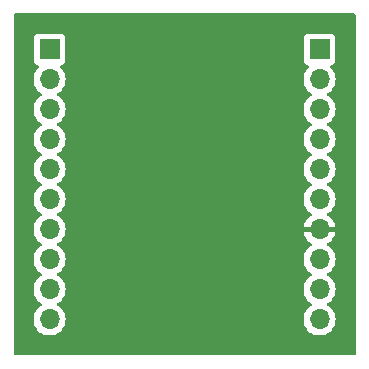
<source format=gbr>
%TF.GenerationSoftware,KiCad,Pcbnew,7.0.5-0*%
%TF.CreationDate,2024-01-09T15:12:00-05:00*%
%TF.ProjectId,SiPM chip carrier,5369504d-2063-4686-9970-206361727269,2.0*%
%TF.SameCoordinates,Original*%
%TF.FileFunction,Copper,L2,Bot*%
%TF.FilePolarity,Positive*%
%FSLAX46Y46*%
G04 Gerber Fmt 4.6, Leading zero omitted, Abs format (unit mm)*
G04 Created by KiCad (PCBNEW 7.0.5-0) date 2024-01-09 15:12:00*
%MOMM*%
%LPD*%
G01*
G04 APERTURE LIST*
%TA.AperFunction,ComponentPad*%
%ADD10R,1.700000X1.700000*%
%TD*%
%TA.AperFunction,ComponentPad*%
%ADD11O,1.700000X1.700000*%
%TD*%
%TA.AperFunction,ViaPad*%
%ADD12C,0.800000*%
%TD*%
G04 APERTURE END LIST*
D10*
%TO.P,J2,1,Pin_1*%
%TO.N,unconnected-(J2-Pin_1-Pad1)*%
X61468000Y-38608000D03*
D11*
%TO.P,J2,2,Pin_2*%
%TO.N,unconnected-(J2-Pin_2-Pad2)*%
X61468000Y-41148000D03*
%TO.P,J2,3,Pin_3*%
%TO.N,unconnected-(J2-Pin_3-Pad3)*%
X61468000Y-43688000D03*
%TO.P,J2,4,Pin_4*%
%TO.N,unconnected-(J2-Pin_4-Pad4)*%
X61468000Y-46228000D03*
%TO.P,J2,5,Pin_5*%
%TO.N,Net-(D1-A)*%
X61468000Y-48768000D03*
%TO.P,J2,6,Pin_6*%
%TO.N,unconnected-(J2-Pin_6-Pad6)*%
X61468000Y-51308000D03*
%TO.P,J2,7,Pin_7*%
%TO.N,Net-(D1-G)*%
X61468000Y-53848000D03*
%TO.P,J2,8,Pin_8*%
%TO.N,unconnected-(J2-Pin_8-Pad8)*%
X61468000Y-56388000D03*
%TO.P,J2,9,Pin_9*%
%TO.N,unconnected-(J2-Pin_9-Pad9)*%
X61468000Y-58928000D03*
%TO.P,J2,10,Pin_10*%
%TO.N,unconnected-(J2-Pin_10-Pad10)*%
X61468000Y-61468000D03*
%TD*%
D10*
%TO.P,J1,1,Pin_1*%
%TO.N,unconnected-(J1-Pin_1-Pad1)*%
X38608000Y-38608000D03*
D11*
%TO.P,J1,2,Pin_2*%
%TO.N,unconnected-(J1-Pin_2-Pad2)*%
X38608000Y-41148000D03*
%TO.P,J1,3,Pin_3*%
%TO.N,unconnected-(J1-Pin_3-Pad3)*%
X38608000Y-43688000D03*
%TO.P,J1,4,Pin_4*%
%TO.N,unconnected-(J1-Pin_4-Pad4)*%
X38608000Y-46228000D03*
%TO.P,J1,5,Pin_5*%
%TO.N,Net-(D1-K)*%
X38608000Y-48768000D03*
%TO.P,J1,6,Pin_6*%
%TO.N,unconnected-(J1-Pin_6-Pad6)*%
X38608000Y-51308000D03*
%TO.P,J1,7,Pin_7*%
%TO.N,unconnected-(J1-Pin_7-Pad7)*%
X38608000Y-53848000D03*
%TO.P,J1,8,Pin_8*%
%TO.N,unconnected-(J1-Pin_8-Pad8)*%
X38608000Y-56388000D03*
%TO.P,J1,9,Pin_9*%
%TO.N,unconnected-(J1-Pin_9-Pad9)*%
X38608000Y-58928000D03*
%TO.P,J1,10,Pin_10*%
%TO.N,unconnected-(J1-Pin_10-Pad10)*%
X38608000Y-61468000D03*
%TD*%
D12*
%TO.N,Net-(D1-G)*%
X54610000Y-50038000D03*
%TD*%
%TA.AperFunction,Conductor*%
%TO.N,Net-(D1-G)*%
G36*
X64458539Y-35580185D02*
G01*
X64504294Y-35632989D01*
X64515500Y-35684500D01*
X64515500Y-64391500D01*
X64495815Y-64458539D01*
X64443011Y-64504294D01*
X64391500Y-64515500D01*
X35684500Y-64515500D01*
X35617461Y-64495815D01*
X35571706Y-64443011D01*
X35560500Y-64391500D01*
X35560500Y-61468000D01*
X37252341Y-61468000D01*
X37272936Y-61703403D01*
X37272938Y-61703413D01*
X37334094Y-61931655D01*
X37334096Y-61931659D01*
X37334097Y-61931663D01*
X37433964Y-62145829D01*
X37433965Y-62145830D01*
X37433967Y-62145834D01*
X37542281Y-62300521D01*
X37569505Y-62339401D01*
X37736599Y-62506495D01*
X37833384Y-62574264D01*
X37930165Y-62642032D01*
X37930167Y-62642033D01*
X37930170Y-62642035D01*
X38144337Y-62741903D01*
X38372592Y-62803063D01*
X38560918Y-62819539D01*
X38607999Y-62823659D01*
X38608000Y-62823659D01*
X38608001Y-62823659D01*
X38647234Y-62820226D01*
X38843408Y-62803063D01*
X39071663Y-62741903D01*
X39285830Y-62642035D01*
X39479401Y-62506495D01*
X39646495Y-62339401D01*
X39782035Y-62145830D01*
X39881903Y-61931663D01*
X39943063Y-61703408D01*
X39963659Y-61468000D01*
X60112341Y-61468000D01*
X60132936Y-61703403D01*
X60132938Y-61703413D01*
X60194094Y-61931655D01*
X60194096Y-61931659D01*
X60194097Y-61931663D01*
X60293965Y-62145830D01*
X60293967Y-62145834D01*
X60402281Y-62300521D01*
X60429505Y-62339401D01*
X60596599Y-62506495D01*
X60693384Y-62574264D01*
X60790165Y-62642032D01*
X60790167Y-62642033D01*
X60790170Y-62642035D01*
X61004337Y-62741903D01*
X61232592Y-62803063D01*
X61420918Y-62819539D01*
X61467999Y-62823659D01*
X61468000Y-62823659D01*
X61468001Y-62823659D01*
X61507234Y-62820226D01*
X61703408Y-62803063D01*
X61931663Y-62741903D01*
X62145830Y-62642035D01*
X62339401Y-62506495D01*
X62506495Y-62339401D01*
X62642035Y-62145830D01*
X62741903Y-61931663D01*
X62803063Y-61703408D01*
X62823659Y-61468000D01*
X62803063Y-61232592D01*
X62741903Y-61004337D01*
X62642035Y-60790171D01*
X62506495Y-60596599D01*
X62506494Y-60596597D01*
X62339402Y-60429506D01*
X62339396Y-60429501D01*
X62153842Y-60299575D01*
X62110217Y-60244998D01*
X62103023Y-60175500D01*
X62134546Y-60113145D01*
X62153842Y-60096425D01*
X62176026Y-60080891D01*
X62339401Y-59966495D01*
X62506495Y-59799401D01*
X62642035Y-59605830D01*
X62741903Y-59391663D01*
X62803063Y-59163408D01*
X62823659Y-58928000D01*
X62803063Y-58692592D01*
X62741903Y-58464337D01*
X62642035Y-58250171D01*
X62506495Y-58056599D01*
X62506494Y-58056597D01*
X62339402Y-57889506D01*
X62339396Y-57889501D01*
X62153842Y-57759575D01*
X62110217Y-57704998D01*
X62103023Y-57635500D01*
X62134546Y-57573145D01*
X62153842Y-57556425D01*
X62176026Y-57540891D01*
X62339401Y-57426495D01*
X62506495Y-57259401D01*
X62642035Y-57065830D01*
X62741903Y-56851663D01*
X62803063Y-56623408D01*
X62823659Y-56388000D01*
X62803063Y-56152592D01*
X62741903Y-55924337D01*
X62642035Y-55710171D01*
X62506495Y-55516599D01*
X62506494Y-55516597D01*
X62339402Y-55349506D01*
X62339401Y-55349505D01*
X62153405Y-55219269D01*
X62109781Y-55164692D01*
X62102588Y-55095193D01*
X62134110Y-55032839D01*
X62153405Y-55016119D01*
X62339082Y-54886105D01*
X62506105Y-54719082D01*
X62641600Y-54525578D01*
X62741429Y-54311492D01*
X62741432Y-54311486D01*
X62798636Y-54098000D01*
X61901686Y-54098000D01*
X61927493Y-54057844D01*
X61968000Y-53919889D01*
X61968000Y-53776111D01*
X61927493Y-53638156D01*
X61901686Y-53598000D01*
X62798636Y-53598000D01*
X62798635Y-53597999D01*
X62741432Y-53384513D01*
X62741429Y-53384507D01*
X62641600Y-53170422D01*
X62641599Y-53170420D01*
X62506113Y-52976926D01*
X62506108Y-52976920D01*
X62339078Y-52809890D01*
X62153405Y-52679879D01*
X62109780Y-52625302D01*
X62102588Y-52555804D01*
X62134110Y-52493449D01*
X62153406Y-52476730D01*
X62153842Y-52476425D01*
X62339401Y-52346495D01*
X62506495Y-52179401D01*
X62642035Y-51985830D01*
X62741903Y-51771663D01*
X62803063Y-51543408D01*
X62823659Y-51308000D01*
X62803063Y-51072592D01*
X62741903Y-50844337D01*
X62642035Y-50630171D01*
X62506495Y-50436599D01*
X62506494Y-50436597D01*
X62339402Y-50269506D01*
X62339396Y-50269501D01*
X62153842Y-50139575D01*
X62110217Y-50084998D01*
X62103023Y-50015500D01*
X62134546Y-49953145D01*
X62153842Y-49936425D01*
X62176026Y-49920891D01*
X62339401Y-49806495D01*
X62506495Y-49639401D01*
X62642035Y-49445830D01*
X62741903Y-49231663D01*
X62803063Y-49003408D01*
X62823659Y-48768000D01*
X62803063Y-48532592D01*
X62741903Y-48304337D01*
X62642035Y-48090171D01*
X62506495Y-47896599D01*
X62506494Y-47896597D01*
X62339402Y-47729506D01*
X62339396Y-47729501D01*
X62153842Y-47599575D01*
X62110217Y-47544998D01*
X62103023Y-47475500D01*
X62134546Y-47413145D01*
X62153842Y-47396425D01*
X62176026Y-47380891D01*
X62339401Y-47266495D01*
X62506495Y-47099401D01*
X62642035Y-46905830D01*
X62741903Y-46691663D01*
X62803063Y-46463408D01*
X62823659Y-46228000D01*
X62803063Y-45992592D01*
X62741903Y-45764337D01*
X62642035Y-45550171D01*
X62506495Y-45356599D01*
X62506494Y-45356597D01*
X62339402Y-45189506D01*
X62339396Y-45189501D01*
X62153842Y-45059575D01*
X62110217Y-45004998D01*
X62103023Y-44935500D01*
X62134546Y-44873145D01*
X62153842Y-44856425D01*
X62176026Y-44840891D01*
X62339401Y-44726495D01*
X62506495Y-44559401D01*
X62642035Y-44365830D01*
X62741903Y-44151663D01*
X62803063Y-43923408D01*
X62823659Y-43688000D01*
X62803063Y-43452592D01*
X62741903Y-43224337D01*
X62642035Y-43010171D01*
X62506495Y-42816599D01*
X62506494Y-42816597D01*
X62339402Y-42649506D01*
X62339396Y-42649501D01*
X62153842Y-42519575D01*
X62110217Y-42464998D01*
X62103023Y-42395500D01*
X62134546Y-42333145D01*
X62153842Y-42316425D01*
X62176026Y-42300891D01*
X62339401Y-42186495D01*
X62506495Y-42019401D01*
X62642035Y-41825830D01*
X62741903Y-41611663D01*
X62803063Y-41383408D01*
X62823659Y-41148000D01*
X62803063Y-40912592D01*
X62741903Y-40684337D01*
X62642035Y-40470171D01*
X62506495Y-40276599D01*
X62384567Y-40154671D01*
X62351084Y-40093351D01*
X62356068Y-40023659D01*
X62397939Y-39967725D01*
X62428915Y-39950810D01*
X62560331Y-39901796D01*
X62675546Y-39815546D01*
X62761796Y-39700331D01*
X62812091Y-39565483D01*
X62818500Y-39505873D01*
X62818499Y-37710128D01*
X62812091Y-37650517D01*
X62761796Y-37515669D01*
X62761795Y-37515668D01*
X62761793Y-37515664D01*
X62675547Y-37400455D01*
X62675544Y-37400452D01*
X62560335Y-37314206D01*
X62560328Y-37314202D01*
X62425482Y-37263908D01*
X62425483Y-37263908D01*
X62365883Y-37257501D01*
X62365881Y-37257500D01*
X62365873Y-37257500D01*
X62365864Y-37257500D01*
X60570129Y-37257500D01*
X60570123Y-37257501D01*
X60510516Y-37263908D01*
X60375671Y-37314202D01*
X60375664Y-37314206D01*
X60260455Y-37400452D01*
X60260452Y-37400455D01*
X60174206Y-37515664D01*
X60174202Y-37515671D01*
X60123908Y-37650517D01*
X60117501Y-37710116D01*
X60117501Y-37710123D01*
X60117500Y-37710135D01*
X60117500Y-39505870D01*
X60117501Y-39505876D01*
X60123908Y-39565483D01*
X60174202Y-39700328D01*
X60174206Y-39700335D01*
X60260452Y-39815544D01*
X60260455Y-39815547D01*
X60375664Y-39901793D01*
X60375671Y-39901797D01*
X60507081Y-39950810D01*
X60563015Y-39992681D01*
X60587432Y-40058145D01*
X60572580Y-40126418D01*
X60551430Y-40154673D01*
X60429503Y-40276600D01*
X60293965Y-40470169D01*
X60293964Y-40470171D01*
X60194098Y-40684335D01*
X60194094Y-40684344D01*
X60132938Y-40912586D01*
X60132936Y-40912596D01*
X60112341Y-41147999D01*
X60112341Y-41148000D01*
X60132936Y-41383403D01*
X60132938Y-41383413D01*
X60194094Y-41611655D01*
X60194096Y-41611659D01*
X60194097Y-41611663D01*
X60293965Y-41825830D01*
X60293967Y-41825834D01*
X60429501Y-42019395D01*
X60429506Y-42019402D01*
X60596597Y-42186493D01*
X60596603Y-42186498D01*
X60782158Y-42316425D01*
X60825783Y-42371002D01*
X60832977Y-42440500D01*
X60801454Y-42502855D01*
X60782158Y-42519575D01*
X60596597Y-42649505D01*
X60429505Y-42816597D01*
X60293965Y-43010169D01*
X60293964Y-43010171D01*
X60194098Y-43224335D01*
X60194094Y-43224344D01*
X60132938Y-43452586D01*
X60132936Y-43452596D01*
X60112341Y-43687999D01*
X60112341Y-43688000D01*
X60132936Y-43923403D01*
X60132938Y-43923413D01*
X60194094Y-44151655D01*
X60194096Y-44151659D01*
X60194097Y-44151663D01*
X60293965Y-44365830D01*
X60293967Y-44365834D01*
X60429501Y-44559395D01*
X60429506Y-44559402D01*
X60596597Y-44726493D01*
X60596603Y-44726498D01*
X60782158Y-44856425D01*
X60825783Y-44911002D01*
X60832977Y-44980500D01*
X60801454Y-45042855D01*
X60782158Y-45059575D01*
X60596597Y-45189505D01*
X60429505Y-45356597D01*
X60293965Y-45550169D01*
X60293964Y-45550171D01*
X60194098Y-45764335D01*
X60194094Y-45764344D01*
X60132938Y-45992586D01*
X60132936Y-45992596D01*
X60112341Y-46227999D01*
X60112341Y-46228000D01*
X60132936Y-46463403D01*
X60132938Y-46463413D01*
X60194094Y-46691655D01*
X60194096Y-46691659D01*
X60194097Y-46691663D01*
X60293965Y-46905830D01*
X60293967Y-46905834D01*
X60429501Y-47099395D01*
X60429506Y-47099402D01*
X60596597Y-47266493D01*
X60596603Y-47266498D01*
X60782158Y-47396425D01*
X60825783Y-47451002D01*
X60832977Y-47520500D01*
X60801454Y-47582855D01*
X60782158Y-47599575D01*
X60596597Y-47729505D01*
X60429505Y-47896597D01*
X60293965Y-48090169D01*
X60293964Y-48090171D01*
X60194098Y-48304335D01*
X60194094Y-48304344D01*
X60132938Y-48532586D01*
X60132936Y-48532596D01*
X60112341Y-48767999D01*
X60112341Y-48768000D01*
X60132936Y-49003403D01*
X60132938Y-49003413D01*
X60194094Y-49231655D01*
X60194096Y-49231659D01*
X60194097Y-49231663D01*
X60293965Y-49445829D01*
X60293965Y-49445830D01*
X60293967Y-49445834D01*
X60429501Y-49639395D01*
X60429506Y-49639402D01*
X60596597Y-49806493D01*
X60596603Y-49806498D01*
X60782158Y-49936425D01*
X60825783Y-49991002D01*
X60832977Y-50060500D01*
X60801454Y-50122855D01*
X60782158Y-50139575D01*
X60596597Y-50269505D01*
X60429505Y-50436597D01*
X60293965Y-50630169D01*
X60293964Y-50630171D01*
X60194098Y-50844335D01*
X60194094Y-50844344D01*
X60132938Y-51072586D01*
X60132936Y-51072596D01*
X60112341Y-51307999D01*
X60112341Y-51308000D01*
X60132936Y-51543403D01*
X60132938Y-51543413D01*
X60194094Y-51771655D01*
X60194096Y-51771659D01*
X60194097Y-51771663D01*
X60293965Y-51985830D01*
X60293967Y-51985834D01*
X60429501Y-52179395D01*
X60429506Y-52179402D01*
X60596597Y-52346493D01*
X60596603Y-52346498D01*
X60782594Y-52476730D01*
X60826219Y-52531307D01*
X60833413Y-52600805D01*
X60801890Y-52663160D01*
X60782595Y-52679880D01*
X60596922Y-52809890D01*
X60596920Y-52809891D01*
X60429891Y-52976920D01*
X60429886Y-52976926D01*
X60294400Y-53170420D01*
X60294399Y-53170422D01*
X60194570Y-53384507D01*
X60194567Y-53384513D01*
X60137364Y-53597999D01*
X60137364Y-53598000D01*
X61034314Y-53598000D01*
X61008507Y-53638156D01*
X60968000Y-53776111D01*
X60968000Y-53919889D01*
X61008507Y-54057844D01*
X61034314Y-54098000D01*
X60137364Y-54098000D01*
X60194567Y-54311486D01*
X60194570Y-54311492D01*
X60294399Y-54525578D01*
X60429894Y-54719082D01*
X60596917Y-54886105D01*
X60782595Y-55016119D01*
X60826219Y-55070696D01*
X60833412Y-55140195D01*
X60801890Y-55202549D01*
X60782595Y-55219269D01*
X60596594Y-55349508D01*
X60429505Y-55516597D01*
X60293965Y-55710169D01*
X60293964Y-55710171D01*
X60194098Y-55924335D01*
X60194094Y-55924344D01*
X60132938Y-56152586D01*
X60132936Y-56152596D01*
X60112341Y-56387999D01*
X60112341Y-56388000D01*
X60132936Y-56623403D01*
X60132938Y-56623413D01*
X60194094Y-56851655D01*
X60194096Y-56851659D01*
X60194097Y-56851663D01*
X60293965Y-57065829D01*
X60293965Y-57065830D01*
X60293967Y-57065834D01*
X60429501Y-57259395D01*
X60429506Y-57259402D01*
X60596597Y-57426493D01*
X60596603Y-57426498D01*
X60782158Y-57556425D01*
X60825783Y-57611002D01*
X60832977Y-57680500D01*
X60801454Y-57742855D01*
X60782158Y-57759575D01*
X60596597Y-57889505D01*
X60429505Y-58056597D01*
X60293965Y-58250169D01*
X60293964Y-58250171D01*
X60194098Y-58464335D01*
X60194094Y-58464344D01*
X60132938Y-58692586D01*
X60132936Y-58692596D01*
X60112341Y-58927999D01*
X60112341Y-58928000D01*
X60132936Y-59163403D01*
X60132938Y-59163413D01*
X60194094Y-59391655D01*
X60194096Y-59391659D01*
X60194097Y-59391663D01*
X60293965Y-59605830D01*
X60293967Y-59605834D01*
X60429501Y-59799395D01*
X60429506Y-59799402D01*
X60596597Y-59966493D01*
X60596603Y-59966498D01*
X60782158Y-60096425D01*
X60825783Y-60151002D01*
X60832977Y-60220500D01*
X60801454Y-60282855D01*
X60782158Y-60299575D01*
X60596597Y-60429505D01*
X60429505Y-60596597D01*
X60293965Y-60790169D01*
X60293964Y-60790171D01*
X60194098Y-61004335D01*
X60194094Y-61004344D01*
X60132938Y-61232586D01*
X60132936Y-61232596D01*
X60112341Y-61467999D01*
X60112341Y-61468000D01*
X39963659Y-61468000D01*
X39943063Y-61232592D01*
X39881903Y-61004337D01*
X39782035Y-60790171D01*
X39646495Y-60596599D01*
X39646494Y-60596597D01*
X39479402Y-60429506D01*
X39479396Y-60429501D01*
X39293842Y-60299575D01*
X39250217Y-60244998D01*
X39243023Y-60175500D01*
X39274546Y-60113145D01*
X39293842Y-60096425D01*
X39316026Y-60080891D01*
X39479401Y-59966495D01*
X39646495Y-59799401D01*
X39782035Y-59605830D01*
X39881903Y-59391663D01*
X39943063Y-59163408D01*
X39963659Y-58928000D01*
X39943063Y-58692592D01*
X39881903Y-58464337D01*
X39782035Y-58250171D01*
X39646495Y-58056599D01*
X39646494Y-58056597D01*
X39479402Y-57889506D01*
X39479396Y-57889501D01*
X39293842Y-57759575D01*
X39250217Y-57704998D01*
X39243023Y-57635500D01*
X39274546Y-57573145D01*
X39293842Y-57556425D01*
X39316026Y-57540891D01*
X39479401Y-57426495D01*
X39646495Y-57259401D01*
X39782035Y-57065830D01*
X39881903Y-56851663D01*
X39943063Y-56623408D01*
X39963659Y-56388000D01*
X39943063Y-56152592D01*
X39881903Y-55924337D01*
X39782035Y-55710171D01*
X39646495Y-55516599D01*
X39646494Y-55516597D01*
X39479402Y-55349506D01*
X39479396Y-55349501D01*
X39293842Y-55219575D01*
X39250217Y-55164998D01*
X39243023Y-55095500D01*
X39274546Y-55033145D01*
X39293842Y-55016425D01*
X39316026Y-55000891D01*
X39479401Y-54886495D01*
X39646495Y-54719401D01*
X39782035Y-54525830D01*
X39881903Y-54311663D01*
X39943063Y-54083408D01*
X39963659Y-53848000D01*
X39943063Y-53612592D01*
X39881903Y-53384337D01*
X39782035Y-53170171D01*
X39646495Y-52976599D01*
X39646494Y-52976597D01*
X39479402Y-52809506D01*
X39479396Y-52809501D01*
X39293842Y-52679575D01*
X39250217Y-52624998D01*
X39243023Y-52555500D01*
X39274546Y-52493145D01*
X39293842Y-52476425D01*
X39316026Y-52460891D01*
X39479401Y-52346495D01*
X39646495Y-52179401D01*
X39782035Y-51985830D01*
X39881903Y-51771663D01*
X39943063Y-51543408D01*
X39963659Y-51308000D01*
X39943063Y-51072592D01*
X39881903Y-50844337D01*
X39782035Y-50630171D01*
X39646495Y-50436599D01*
X39646494Y-50436597D01*
X39479402Y-50269506D01*
X39479396Y-50269501D01*
X39293842Y-50139575D01*
X39250217Y-50084998D01*
X39243023Y-50015500D01*
X39274546Y-49953145D01*
X39293842Y-49936425D01*
X39316026Y-49920891D01*
X39479401Y-49806495D01*
X39646495Y-49639401D01*
X39782035Y-49445830D01*
X39881903Y-49231663D01*
X39943063Y-49003408D01*
X39963659Y-48768000D01*
X39943063Y-48532592D01*
X39881903Y-48304337D01*
X39782035Y-48090171D01*
X39646495Y-47896599D01*
X39646494Y-47896597D01*
X39479402Y-47729506D01*
X39479396Y-47729501D01*
X39293842Y-47599575D01*
X39250217Y-47544998D01*
X39243023Y-47475500D01*
X39274546Y-47413145D01*
X39293842Y-47396425D01*
X39316026Y-47380891D01*
X39479401Y-47266495D01*
X39646495Y-47099401D01*
X39782035Y-46905830D01*
X39881903Y-46691663D01*
X39943063Y-46463408D01*
X39963659Y-46228000D01*
X39943063Y-45992592D01*
X39881903Y-45764337D01*
X39782035Y-45550171D01*
X39646495Y-45356599D01*
X39646494Y-45356597D01*
X39479402Y-45189506D01*
X39479396Y-45189501D01*
X39293842Y-45059575D01*
X39250217Y-45004998D01*
X39243023Y-44935500D01*
X39274546Y-44873145D01*
X39293842Y-44856425D01*
X39316026Y-44840891D01*
X39479401Y-44726495D01*
X39646495Y-44559401D01*
X39782035Y-44365830D01*
X39881903Y-44151663D01*
X39943063Y-43923408D01*
X39963659Y-43688000D01*
X39943063Y-43452592D01*
X39881903Y-43224337D01*
X39782035Y-43010171D01*
X39646495Y-42816599D01*
X39646494Y-42816597D01*
X39479402Y-42649506D01*
X39479396Y-42649501D01*
X39293842Y-42519575D01*
X39250217Y-42464998D01*
X39243023Y-42395500D01*
X39274546Y-42333145D01*
X39293842Y-42316425D01*
X39316026Y-42300891D01*
X39479401Y-42186495D01*
X39646495Y-42019401D01*
X39782035Y-41825830D01*
X39881903Y-41611663D01*
X39943063Y-41383408D01*
X39963659Y-41148000D01*
X39943063Y-40912592D01*
X39881903Y-40684337D01*
X39782035Y-40470171D01*
X39646495Y-40276599D01*
X39524567Y-40154671D01*
X39491084Y-40093351D01*
X39496068Y-40023659D01*
X39537939Y-39967725D01*
X39568915Y-39950810D01*
X39700331Y-39901796D01*
X39815546Y-39815546D01*
X39901796Y-39700331D01*
X39952091Y-39565483D01*
X39958500Y-39505873D01*
X39958499Y-37710128D01*
X39952091Y-37650517D01*
X39901796Y-37515669D01*
X39901795Y-37515668D01*
X39901793Y-37515664D01*
X39815547Y-37400455D01*
X39815544Y-37400452D01*
X39700335Y-37314206D01*
X39700328Y-37314202D01*
X39565482Y-37263908D01*
X39565483Y-37263908D01*
X39505883Y-37257501D01*
X39505881Y-37257500D01*
X39505873Y-37257500D01*
X39505864Y-37257500D01*
X37710129Y-37257500D01*
X37710123Y-37257501D01*
X37650516Y-37263908D01*
X37515671Y-37314202D01*
X37515664Y-37314206D01*
X37400455Y-37400452D01*
X37400452Y-37400455D01*
X37314206Y-37515664D01*
X37314202Y-37515671D01*
X37263908Y-37650517D01*
X37257501Y-37710116D01*
X37257501Y-37710123D01*
X37257500Y-37710135D01*
X37257500Y-39505870D01*
X37257501Y-39505876D01*
X37263908Y-39565483D01*
X37314202Y-39700328D01*
X37314206Y-39700335D01*
X37400452Y-39815544D01*
X37400455Y-39815547D01*
X37515664Y-39901793D01*
X37515671Y-39901797D01*
X37647081Y-39950810D01*
X37703015Y-39992681D01*
X37727432Y-40058145D01*
X37712580Y-40126418D01*
X37691430Y-40154673D01*
X37569503Y-40276600D01*
X37433965Y-40470169D01*
X37433964Y-40470171D01*
X37334098Y-40684335D01*
X37334094Y-40684344D01*
X37272938Y-40912586D01*
X37272936Y-40912596D01*
X37252341Y-41147999D01*
X37252341Y-41148000D01*
X37272936Y-41383403D01*
X37272938Y-41383413D01*
X37334094Y-41611655D01*
X37334096Y-41611659D01*
X37334097Y-41611663D01*
X37433964Y-41825830D01*
X37433965Y-41825830D01*
X37433967Y-41825834D01*
X37569501Y-42019395D01*
X37569506Y-42019402D01*
X37736597Y-42186493D01*
X37736603Y-42186498D01*
X37922158Y-42316425D01*
X37965783Y-42371002D01*
X37972977Y-42440500D01*
X37941454Y-42502855D01*
X37922158Y-42519575D01*
X37736597Y-42649505D01*
X37569505Y-42816597D01*
X37433965Y-43010169D01*
X37433964Y-43010171D01*
X37334098Y-43224335D01*
X37334094Y-43224344D01*
X37272938Y-43452586D01*
X37272936Y-43452596D01*
X37252341Y-43687999D01*
X37252341Y-43688000D01*
X37272936Y-43923403D01*
X37272938Y-43923413D01*
X37334094Y-44151655D01*
X37334096Y-44151659D01*
X37334097Y-44151663D01*
X37433964Y-44365830D01*
X37433965Y-44365830D01*
X37433967Y-44365834D01*
X37569501Y-44559395D01*
X37569506Y-44559402D01*
X37736597Y-44726493D01*
X37736603Y-44726498D01*
X37922158Y-44856425D01*
X37965783Y-44911002D01*
X37972977Y-44980500D01*
X37941454Y-45042855D01*
X37922158Y-45059575D01*
X37736597Y-45189505D01*
X37569505Y-45356597D01*
X37433965Y-45550169D01*
X37433964Y-45550171D01*
X37334098Y-45764335D01*
X37334094Y-45764344D01*
X37272938Y-45992586D01*
X37272936Y-45992596D01*
X37252341Y-46227999D01*
X37252341Y-46228000D01*
X37272936Y-46463403D01*
X37272938Y-46463413D01*
X37334094Y-46691655D01*
X37334096Y-46691659D01*
X37334097Y-46691663D01*
X37433964Y-46905829D01*
X37433965Y-46905830D01*
X37433967Y-46905834D01*
X37569501Y-47099395D01*
X37569506Y-47099402D01*
X37736597Y-47266493D01*
X37736603Y-47266498D01*
X37922158Y-47396425D01*
X37965783Y-47451002D01*
X37972977Y-47520500D01*
X37941454Y-47582855D01*
X37922158Y-47599575D01*
X37736597Y-47729505D01*
X37569505Y-47896597D01*
X37433965Y-48090169D01*
X37433964Y-48090171D01*
X37334098Y-48304335D01*
X37334094Y-48304344D01*
X37272938Y-48532586D01*
X37272936Y-48532596D01*
X37252341Y-48767999D01*
X37252341Y-48768000D01*
X37272936Y-49003403D01*
X37272938Y-49003413D01*
X37334094Y-49231655D01*
X37334096Y-49231659D01*
X37334097Y-49231663D01*
X37433964Y-49445829D01*
X37433965Y-49445830D01*
X37433967Y-49445834D01*
X37569501Y-49639395D01*
X37569506Y-49639402D01*
X37736597Y-49806493D01*
X37736603Y-49806498D01*
X37922158Y-49936425D01*
X37965783Y-49991002D01*
X37972977Y-50060500D01*
X37941454Y-50122855D01*
X37922158Y-50139575D01*
X37736597Y-50269505D01*
X37569505Y-50436597D01*
X37433965Y-50630169D01*
X37433964Y-50630171D01*
X37334098Y-50844335D01*
X37334094Y-50844344D01*
X37272938Y-51072586D01*
X37272936Y-51072596D01*
X37252341Y-51307999D01*
X37252341Y-51308000D01*
X37272936Y-51543403D01*
X37272938Y-51543413D01*
X37334094Y-51771655D01*
X37334096Y-51771659D01*
X37334097Y-51771663D01*
X37433964Y-51985830D01*
X37433965Y-51985830D01*
X37433967Y-51985834D01*
X37569501Y-52179395D01*
X37569506Y-52179402D01*
X37736597Y-52346493D01*
X37736603Y-52346498D01*
X37922158Y-52476425D01*
X37965783Y-52531002D01*
X37972977Y-52600500D01*
X37941454Y-52662855D01*
X37922158Y-52679575D01*
X37736597Y-52809505D01*
X37569505Y-52976597D01*
X37433965Y-53170169D01*
X37433964Y-53170171D01*
X37334098Y-53384335D01*
X37334094Y-53384344D01*
X37272938Y-53612586D01*
X37272936Y-53612596D01*
X37252341Y-53847999D01*
X37252341Y-53848000D01*
X37272936Y-54083403D01*
X37272938Y-54083413D01*
X37334094Y-54311655D01*
X37334096Y-54311659D01*
X37334097Y-54311663D01*
X37433847Y-54525578D01*
X37433965Y-54525830D01*
X37433967Y-54525834D01*
X37569501Y-54719395D01*
X37569506Y-54719402D01*
X37736597Y-54886493D01*
X37736603Y-54886498D01*
X37922158Y-55016425D01*
X37965783Y-55071002D01*
X37972977Y-55140500D01*
X37941454Y-55202855D01*
X37922158Y-55219575D01*
X37736597Y-55349505D01*
X37569505Y-55516597D01*
X37433965Y-55710169D01*
X37433964Y-55710171D01*
X37334098Y-55924335D01*
X37334094Y-55924344D01*
X37272938Y-56152586D01*
X37272936Y-56152596D01*
X37252341Y-56387999D01*
X37252341Y-56388000D01*
X37272936Y-56623403D01*
X37272938Y-56623413D01*
X37334094Y-56851655D01*
X37334096Y-56851659D01*
X37334097Y-56851663D01*
X37433964Y-57065829D01*
X37433965Y-57065830D01*
X37433967Y-57065834D01*
X37569501Y-57259395D01*
X37569506Y-57259402D01*
X37736597Y-57426493D01*
X37736603Y-57426498D01*
X37922158Y-57556425D01*
X37965783Y-57611002D01*
X37972977Y-57680500D01*
X37941454Y-57742855D01*
X37922158Y-57759575D01*
X37736597Y-57889505D01*
X37569505Y-58056597D01*
X37433965Y-58250169D01*
X37433964Y-58250171D01*
X37334098Y-58464335D01*
X37334094Y-58464344D01*
X37272938Y-58692586D01*
X37272936Y-58692596D01*
X37252341Y-58927999D01*
X37252341Y-58928000D01*
X37272936Y-59163403D01*
X37272938Y-59163413D01*
X37334094Y-59391655D01*
X37334096Y-59391659D01*
X37334097Y-59391663D01*
X37433964Y-59605830D01*
X37433965Y-59605830D01*
X37433967Y-59605834D01*
X37569501Y-59799395D01*
X37569506Y-59799402D01*
X37736597Y-59966493D01*
X37736603Y-59966498D01*
X37922158Y-60096425D01*
X37965783Y-60151002D01*
X37972977Y-60220500D01*
X37941454Y-60282855D01*
X37922158Y-60299575D01*
X37736597Y-60429505D01*
X37569505Y-60596597D01*
X37433965Y-60790169D01*
X37433964Y-60790171D01*
X37334098Y-61004335D01*
X37334094Y-61004344D01*
X37272938Y-61232586D01*
X37272936Y-61232596D01*
X37252341Y-61467999D01*
X37252341Y-61468000D01*
X35560500Y-61468000D01*
X35560500Y-35684500D01*
X35580185Y-35617461D01*
X35632989Y-35571706D01*
X35684500Y-35560500D01*
X64391500Y-35560500D01*
X64458539Y-35580185D01*
G37*
%TD.AperFunction*%
%TD*%
M02*

</source>
